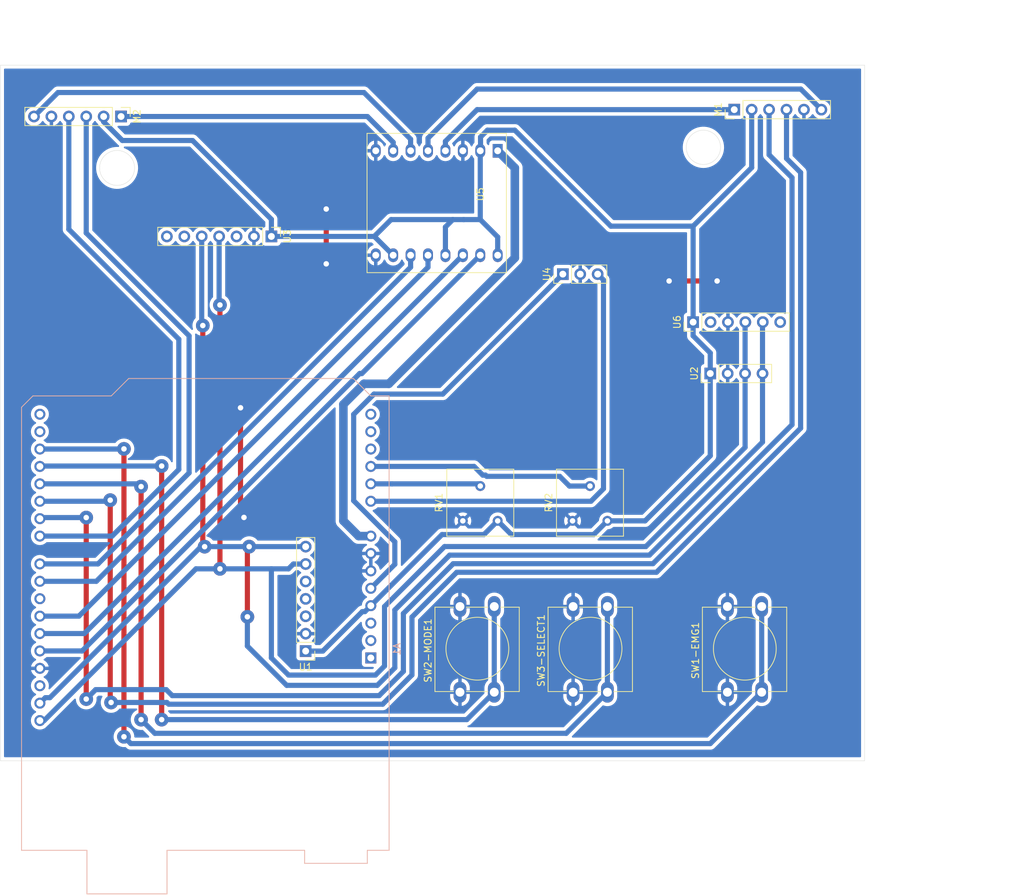
<source format=kicad_pcb>
(kicad_pcb (version 20211014) (generator pcbnew)
  (layers (0 "F.Cu" signal) (31 "B.Cu" signal) (34 "B.Paste" user) (35 "F.Paste" user) (36 "B.SilkS" user "B.Silkscreen") (37 "F.SilkS" user "F.Silkscreen") (38 "B.Mask" user) (39 "F.Mask" user) (44 "Edge.Cuts" user))
  (net 0 "")
  (net 5 "GND")
  (net 7 "Net-(A1-Pad28)")
  (net 9 "Net-(A1-Pad27)")
  (net 10 "Net-(A1-Pad11)")
  (net 11 "Net-(A1-Pad26)")
  (net 12 "Net-(A1-Pad10)")
  (net 13 "Net-(A1-Pad9)")
  (net 14 "+BATT")
  (net 15 "Net-(A1-Pad21)")
  (net 16 "+5V")
  (net 17 "+3V3")
  (net 18 "Net-(A1-Pad19)")
  (net 20 "Net-(A1-Pad18)")
  (net 22 "Net-(A1-Pad17)")
  (net 24 "Net-(A1-Pad31)")
  (net 25 "Net-(A1-Pad32)")
  (net 26 "Net-(M1-Pad6)")
  (net 27 "Net-(M1-Pad1)")
  (net 28 "Net-(M2-Pad6)")
  (net 29 "Net-(M2-Pad1)")
  (net 39 "Net-(U5-Pad11)")
  (net 40 "Net-(M2-Pad4)")
  (net 41 "Net-(M2-Pad3)")
  (net 42 "Net-(A1-Pad20)")
  (footprint "Connector_PinHeader_2.54mm:PinHeader_1x06_P2.54mm_Vertical" (layer "F.Cu") (at 131.58 38 -90)
    (fp_text reference "M2" (at 0 -2.33 90) (layer "F.SilkS"))
    (fp_text value "Micromotr_encoder")
    (fp_line (start -1.33 0) (end -1.33 -1.33) (layer "F.SilkS") (width 0.12))
    (fp_line (start -1.33 14.03) (end 1.33 14.03) (layer "F.SilkS") (width 0.12))
    (fp_line (start -1.33 -1.33) (end 0 -1.33) (layer "F.SilkS") (width 0.12))
    (fp_line (start 1.33 1.27) (end 1.33 14.03) (layer "F.SilkS") (width 0.12))
    (fp_line (start -1.33 1.27) (end 1.33 1.27) (layer "F.SilkS") (width 0.12))
    (fp_line (start -1.33 1.27) (end -1.33 14.03) (layer "F.SilkS") (width 0.12))
    (pad "1" thru_hole rect locked (at 0 0 270) (size 1.7 1.7) (drill 1) (layers *.Cu *.Mask) (net 29 "Net-(M2-Pad1)"))
    (pad "2" thru_hole oval locked (at 0 2.54 270) (size 1.7 1.7) (drill 1) (layers *.Cu *.Mask) (net 17 "+3V3"))
    (pad "3" thru_hole oval locked (at 0 5.08 270) (size 1.7 1.7) (drill 1) (layers *.Cu *.Mask) (net 41 "Net-(M2-Pad3)"))
    (pad "4" thru_hole oval locked (at 0 7.62 270) (size 1.7 1.7) (drill 1) (layers *.Cu *.Mask) (net 40 "Net-(M2-Pad4)"))
    (pad "5" thru_hole oval locked (at 0 10.16 270) (size 1.7 1.7) (drill 1) (layers *.Cu *.Mask) (net 5 "GND"))
    (pad "6" thru_hole oval locked (at 0 12.7 270) (size 1.7 1.7) (drill 1) (layers *.Cu *.Mask) (net 28 "Net-(M2-Pad6)"))
  )
  (footprint "Connector_PinHeader_2.54mm:PinHeader_1x07_P2.54mm_Vertical" (layer "F.Cu") (at 153.5 55.5 -90)
    (fp_text reference "U3" (at 0 -2.33 90) (layer "F.SilkS"))
    (fp_text value "TCS34725_RGBsensor")
    (fp_line (start -1.33 16.57) (end 1.33 16.57) (layer "F.SilkS") (width 0.12))
    (fp_line (start -1.33 0) (end -1.33 -1.33) (layer "F.SilkS") (width 0.12))
    (fp_line (start -1.33 1.27) (end -1.33 16.57) (layer "F.SilkS") (width 0.12))
    (fp_line (start 1.33 1.27) (end 1.33 16.57) (layer "F.SilkS") (width 0.12))
    (fp_line (start -1.33 -1.33) (end 0 -1.33) (layer "F.SilkS") (width 0.12))
    (fp_line (start -1.33 1.27) (end 1.33 1.27) (layer "F.SilkS") (width 0.12))
    (pad "1" thru_hole rect locked (at 0 0 270) (size 1.7 1.7) (drill 1) (layers *.Cu *.Mask) (net 17 "+3V3"))
    (pad "2" thru_hole oval locked (at 0 2.54 270) (size 1.7 1.7) (drill 1) (layers *.Cu *.Mask) (net 5 "GND"))
    (pad "3" thru_hole oval locked (at 0 5.08 270) (size 1.7 1.7) (drill 1) (layers *.Cu *.Mask))
    (pad "4" thru_hole oval locked (at 0 7.62 270) (size 1.7 1.7) (drill 1) (layers *.Cu *.Mask) (net 25 "Net-(A1-Pad32)"))
    (pad "5" thru_hole oval locked (at 0 10.16 270) (size 1.7 1.7) (drill 1) (layers *.Cu *.Mask) (net 24 "Net-(A1-Pad31)"))
    (pad "6" thru_hole oval locked (at 0 12.7 270) (size 1.7 1.7) (drill 1) (layers *.Cu *.Mask))
    (pad "7" thru_hole oval locked (at 0 15.24 270) (size 1.7 1.7) (drill 1) (layers *.Cu *.Mask))
  )
  (footprint "Connector_PinHeader_2.54mm:PinHeader_1x03_P2.54mm_Vertical" (layer "F.Cu") (at 196 61 90)
    (fp_text reference "U4" (at 0 -2.33 90) (layer "F.SilkS"))
    (fp_text value "2Y0A02_F22-IR distance_sensor")
    (fp_line (start -1.33 1.27) (end -1.33 6.41) (layer "F.SilkS") (width 0.12))
    (fp_line (start -1.33 -1.33) (end 0 -1.33) (layer "F.SilkS") (width 0.12))
    (fp_line (start -1.33 6.41) (end 1.33 6.41) (layer "F.SilkS") (width 0.12))
    (fp_line (start 1.33 1.27) (end 1.33 6.41) (layer "F.SilkS") (width 0.12))
    (fp_line (start -1.33 1.27) (end 1.33 1.27) (layer "F.SilkS") (width 0.12))
    (fp_line (start -1.33 0) (end -1.33 -1.33) (layer "F.SilkS") (width 0.12))
    (pad "1" thru_hole rect locked (at 0 0 90) (size 1.7 1.7) (drill 1) (layers *.Cu *.Mask) (net 16 "+5V"))
    (pad "2" thru_hole oval locked (at 0 2.54 90) (size 1.7 1.7) (drill 1) (layers *.Cu *.Mask) (net 5 "GND"))
    (pad "3" thru_hole oval locked (at 0 5.08 90) (size 1.7 1.7) (drill 1) (layers *.Cu *.Mask) (net 13 "Net-(A1-Pad9)"))
  )
  (footprint "Connector_PinHeader_2.54mm:PinHeader_1x06_P2.54mm_Vertical" (layer "F.Cu") (at 221 37 90)
    (fp_text reference "M1" (at 0 -2.33 90) (layer "F.SilkS"))
    (fp_text value "Micromotr_encoder")
    (fp_line (start -1.33 14.03) (end 1.33 14.03) (layer "F.SilkS") (width 0.12))
    (fp_line (start -1.33 1.27) (end -1.33 14.03) (layer "F.SilkS") (width 0.12))
    (fp_line (start -1.33 1.27) (end 1.33 1.27) (layer "F.SilkS") (width 0.12))
    (fp_line (start 1.33 1.27) (end 1.33 14.03) (layer "F.SilkS") (width 0.12))
    (fp_line (start -1.33 0) (end -1.33 -1.33) (layer "F.SilkS") (width 0.12))
    (fp_line (start -1.33 -1.33) (end 0 -1.33) (layer "F.SilkS") (width 0.12))
    (pad "1" thru_hole rect locked (at 0 0 90) (size 1.7 1.7) (drill 1) (layers *.Cu *.Mask) (net 27 "Net-(M1-Pad1)"))
    (pad "2" thru_hole oval locked (at 0 2.54 90) (size 1.7 1.7) (drill 1) (layers *.Cu *.Mask) (net 17 "+3V3"))
    (pad "3" thru_hole oval locked (at 0 5.08 90) (size 1.7 1.7) (drill 1) (layers *.Cu *.Mask) (net 15 "Net-(A1-Pad21)"))
    (pad "4" thru_hole oval locked (at 0 7.62 90) (size 1.7 1.7) (drill 1) (layers *.Cu *.Mask) (net 42 "Net-(A1-Pad20)"))
    (pad "5" thru_hole oval locked (at 0 10.16 90) (size 1.7 1.7) (drill 1) (layers *.Cu *.Mask) (net 5 "GND"))
    (pad "6" thru_hole oval locked (at 0 12.7 90) (size 1.7 1.7) (drill 1) (layers *.Cu *.Mask) (net 26 "Net-(M1-Pad6)"))
  )
  (footprint "Connector_PinHeader_2.54mm:PinHeader_1x04_P2.54mm_Vertical" (layer "F.Cu") (at 217.5 75.5 90)
    (fp_text reference "U2" (at 0 -2.33 90) (layer "F.SilkS"))
    (fp_text value "SSD1306_Display")
    (fp_line (start -1.33 1.27) (end -1.33 8.95) (layer "F.SilkS") (width 0.12))
    (fp_line (start -1.33 -1.33) (end 0 -1.33) (layer "F.SilkS") (width 0.12))
    (fp_line (start -1.33 0) (end -1.33 -1.33) (layer "F.SilkS") (width 0.12))
    (fp_line (start -1.33 8.95) (end 1.33 8.95) (layer "F.SilkS") (width 0.12))
    (fp_line (start 1.33 1.27) (end 1.33 8.95) (layer "F.SilkS") (width 0.12))
    (fp_line (start -1.33 1.27) (end 1.33 1.27) (layer "F.SilkS") (width 0.12))
    (pad "1" thru_hole rect locked (at 0 0 90) (size 1.7 1.7) (drill 1) (layers *.Cu *.Mask) (net 17 "+3V3"))
    (pad "2" thru_hole oval locked (at 0 2.54 90) (size 1.7 1.7) (drill 1) (layers *.Cu *.Mask) (net 5 "GND"))
    (pad "3" thru_hole oval locked (at 0 5.08 90) (size 1.7 1.7) (drill 1) (layers *.Cu *.Mask) (net 25 "Net-(A1-Pad32)"))
    (pad "4" thru_hole oval locked (at 0 7.62 90) (size 1.7 1.7) (drill 1) (layers *.Cu *.Mask) (net 24 "Net-(A1-Pad31)"))
  )
  (footprint "Button_Switch_THT:SW_PUSH-12mm" (layer "F.Cu") (at 220 122 90)
    (fp_text reference "SW1-EMG1" (at 6.08 -4.66 90) (layer "F.SilkS"))
    (fp_text value "SW_MEC_5E")
    (fp_line (start 12.4 5.93) (end 12.4 8.65) (layer "F.SilkS") (width 0.12))
    (fp_line (start 0.1 4.07) (end 0.1 0.93) (layer "F.SilkS") (width 0.12))
    (fp_line (start 0.1 -0.93) (end 0.1 -3.65) (layer "F.SilkS") (width 0.12))
    (fp_line (start 0.1 -3.65) (end 12.4 -3.65) (layer "F.SilkS") (width 0.12))
    (fp_line (start 12.4 8.65) (end 0.1 8.65) (layer "F.SilkS") (width 0.12))
    (fp_line (start 12.4 -3.65) (end 12.4 -0.93) (layer "F.SilkS") (width 0.12))
    (fp_line (start 0.1 8.65) (end 0.1 5.93) (layer "F.SilkS") (width 0.12))
    (fp_line (start 12.4 0.93) (end 12.4 4.07) (layer "F.SilkS") (width 0.12))
    (fp_circle (center 6.35 2.54) (end 10.16 5.08) (layer "F.SilkS") (width 0.12) (fill none))
    (pad "1" thru_hole oval locked (at 12.5 0 90) (size 3.048 1.85) (drill 1.3) (layers *.Cu *.Mask) (net 5 "GND"))
    (pad "2" thru_hole oval locked (at 0 0 90) (size 3.048 1.85) (drill 1.3) (layers *.Cu *.Mask) (net 5 "GND"))
    (pad "3" thru_hole oval locked (at 12.5 5 90) (size 3.048 1.85) (drill 1.3) (layers *.Cu *.Mask) (net 22 "Net-(A1-Pad17)"))
    (pad "4" thru_hole oval locked (at 0 5 90) (size 3.048 1.85) (drill 1.3) (layers *.Cu *.Mask) (net 22 "Net-(A1-Pad17)"))
  )
  (footprint "Button_Switch_THT:SW_PUSH-12mm" (layer "F.Cu") (at 197.5 122 90)
    (fp_text reference "SW3-SELECT1" (at 6.08 -4.66 90) (layer "F.SilkS"))
    (fp_text value "SW_MEC_5E")
    (fp_line (start 0.1 8.65) (end 0.1 5.93) (layer "F.SilkS") (width 0.12))
    (fp_line (start 12.4 -3.65) (end 12.4 -0.93) (layer "F.SilkS") (width 0.12))
    (fp_line (start 0.1 4.07) (end 0.1 0.93) (layer "F.SilkS") (width 0.12))
    (fp_line (start 12.4 0.93) (end 12.4 4.07) (layer "F.SilkS") (width 0.12))
    (fp_line (start 0.1 -0.93) (end 0.1 -3.65) (layer "F.SilkS") (width 0.12))
    (fp_line (start 0.1 -3.65) (end 12.4 -3.65) (layer "F.SilkS") (width 0.12))
    (fp_line (start 12.4 5.93) (end 12.4 8.65) (layer "F.SilkS") (width 0.12))
    (fp_line (start 12.4 8.65) (end 0.1 8.65) (layer "F.SilkS") (width 0.12))
    (fp_circle (center 6.35 2.54) (end 10.16 5.08) (layer "F.SilkS") (width 0.12) (fill none))
    (pad "1" thru_hole oval locked (at 12.5 0 90) (size 3.048 1.85) (drill 1.3) (layers *.Cu *.Mask) (net 5 "GND"))
    (pad "2" thru_hole oval locked (at 0 0 90) (size 3.048 1.85) (drill 1.3) (layers *.Cu *.Mask) (net 5 "GND"))
    (pad "3" thru_hole oval locked (at 12.5 5 90) (size 3.048 1.85) (drill 1.3) (layers *.Cu *.Mask) (net 18 "Net-(A1-Pad19)"))
    (pad "4" thru_hole oval locked (at 0 5 90) (size 3.048 1.85) (drill 1.3) (layers *.Cu *.Mask) (net 18 "Net-(A1-Pad19)"))
  )
  (footprint "Potentiometer_THT:Potentiometer_Bourns_3386F_Vertical" (layer "F.Cu") (at 186.5 97 90)
    (fp_text reference "RV1" (at 2.655 -8.555 90) (layer "F.SilkS"))
    (fp_text value "R_POT")
    (fp_line (start -2.23 2.345) (end 7.54 2.345) (layer "F.SilkS") (width 0.12))
    (fp_line (start -2.23 -7.425) (end 7.54 -7.425) (layer "F.SilkS") (width 0.12))
    (fp_line (start 7.54 -7.425) (end 7.54 2.345) (layer "F.SilkS") (width 0.12))
    (fp_line (start -2.23 -7.425) (end -2.23 2.345) (layer "F.SilkS") (width 0.12))
    (pad "1" thru_hole circle locked (at 0 0 90) (size 1.44 1.44) (drill 0.8) (layers *.Cu *.Mask) (net 17 "+3V3"))
    (pad "2" thru_hole circle locked (at 5.08 -2.54 90) (size 1.44 1.44) (drill 0.8) (layers *.Cu *.Mask) (net 12 "Net-(A1-Pad10)"))
    (pad "3" thru_hole circle locked (at 0 -5.08 90) (size 1.44 1.44) (drill 0.8) (layers *.Cu *.Mask) (net 5 "GND"))
  )
  (footprint "Potentiometer_THT:Potentiometer_Bourns_3386F_Vertical" (layer "F.Cu") (at 202.5 97 90)
    (fp_text reference "RV2" (at 2.655 -8.555 90) (layer "F.SilkS"))
    (fp_text value "R_POT")
    (fp_line (start 7.54 -7.425) (end 7.54 2.345) (layer "F.SilkS") (width 0.12))
    (fp_line (start -2.23 -7.425) (end 7.54 -7.425) (layer "F.SilkS") (width 0.12))
    (fp_line (start -2.23 2.345) (end 7.54 2.345) (layer "F.SilkS") (width 0.12))
    (fp_line (start -2.23 -7.425) (end -2.23 2.345) (layer "F.SilkS") (width 0.12))
    (pad "1" thru_hole circle locked (at 0 0 90) (size 1.44 1.44) (drill 0.8) (layers *.Cu *.Mask) (net 17 "+3V3"))
    (pad "2" thru_hole circle locked (at 5.08 -2.54 90) (size 1.44 1.44) (drill 0.8) (layers *.Cu *.Mask) (net 10 "Net-(A1-Pad11)"))
    (pad "3" thru_hole circle locked (at 0 -5.08 90) (size 1.44 1.44) (drill 0.8) (layers *.Cu *.Mask) (net 5 "GND"))
  )
  (footprint "Connector_PinHeader_2.54mm:PinHeader_1x06_P2.54mm_Vertical" (layer "F.Cu") (at 215 68 90)
    (fp_text reference "U6" (at 0 -2.33 90) (layer "F.SilkS"))
    (fp_text value "FXOS8700-DOF")
    (fp_line (start -1.33 -1.33) (end 0 -1.33) (layer "F.SilkS") (width 0.12))
    (fp_line (start -1.33 0) (end -1.33 -1.33) (layer "F.SilkS") (width 0.12))
    (fp_line (start 1.33 1.27) (end 1.33 14.03) (layer "F.SilkS") (width 0.12))
    (fp_line (start -1.33 1.27) (end 1.33 1.27) (layer "F.SilkS") (width 0.12))
    (fp_line (start -1.33 1.27) (end -1.33 14.03) (layer "F.SilkS") (width 0.12))
    (fp_line (start -1.33 14.03) (end 1.33 14.03) (layer "F.SilkS") (width 0.12))
    (pad "1" thru_hole rect locked (at 0 0 90) (size 1.7 1.7) (drill 1) (layers *.Cu *.Mask) (net 17 "+3V3"))
    (pad "2" thru_hole oval locked (at 0 2.54 90) (size 1.7 1.7) (drill 1) (layers *.Cu *.Mask))
    (pad "3" thru_hole oval locked (at 0 5.08 90) (size 1.7 1.7) (drill 1) (layers *.Cu *.Mask) (net 5 "GND"))
    (pad "4" thru_hole oval locked (at 0 7.62 90) (size 1.7 1.7) (drill 1) (layers *.Cu *.Mask) (net 25 "Net-(A1-Pad32)"))
    (pad "5" thru_hole oval locked (at 0 10.16 90) (size 1.7 1.7) (drill 1) (layers *.Cu *.Mask) (net 24 "Net-(A1-Pad31)"))
    (pad "6" thru_hole oval locked (at 0 12.7 90) (size 1.7 1.7) (drill 1) (layers *.Cu *.Mask))
  )
  (footprint "Button_Switch_THT:SW_PUSH-12mm" (layer "F.Cu") (at 181 122 90)
    (fp_text reference "SW2-MODE1" (at 6.08 -4.66 90) (layer "F.SilkS"))
    (fp_text value "SW_MEC_5E")
    (fp_line (start 0.1 4.07) (end 0.1 0.93) (layer "F.SilkS") (width 0.12))
    (fp_line (start 0.1 -3.65) (end 12.4 -3.65) (layer "F.SilkS") (width 0.12))
    (fp_line (start 0.1 8.65) (end 0.1 5.93) (layer "F.SilkS") (width 0.12))
    (fp_line (start 0.1 -0.93) (end 0.1 -3.65) (layer "F.SilkS") (width 0.12))
    (fp_line (start 12.4 5.93) (end 12.4 8.65) (layer "F.SilkS") (width 0.12))
    (fp_line (start 12.4 8.65) (end 0.1 8.65) (layer "F.SilkS") (width 0.12))
    (fp_line (start 12.4 0.93) (end 12.4 4.07) (layer "F.SilkS") (width 0.12))
    (fp_line (start 12.4 -3.65) (end 12.4 -0.93) (layer "F.SilkS") (width 0.12))
    (fp_circle (center 6.35 2.54) (end 10.16 5.08) (layer "F.SilkS") (width 0.12) (fill none))
    (pad "1" thru_hole oval locked (at 12.5 0 90) (size 3.048 1.85) (drill 1.3) (layers *.Cu *.Mask) (net 5 "GND"))
    (pad "2" thru_hole oval locked (at 0 0 90) (size 3.048 1.85) (drill 1.3) (layers *.Cu *.Mask) (net 5 "GND"))
    (pad "3" thru_hole oval locked (at 12.5 5 90) (size 3.048 1.85) (drill 1.3) (layers *.Cu *.Mask) (net 20 "Net-(A1-Pad18)"))
    (pad "4" thru_hole oval locked (at 0 5 90) (size 3.048 1.85) (drill 1.3) (layers *.Cu *.Mask) (net 20 "Net-(A1-Pad18)"))
  )
  (footprint "Connector_PinHeader_2.54mm:PinHeader_1x07_P2.54mm_Vertical" (layer "F.Cu") (at 158.5 116 180)
    (fp_text reference "U1" (at 0 -2.33) (layer "F.SilkS"))
    (fp_text value "MPL3115A2_modoule")
    (fp_line (start -1.33 16.57) (end 1.33 16.57) (layer "F.SilkS") (width 0.12))
    (fp_line (start -1.33 1.27) (end -1.33 16.57) (layer "F.SilkS") (width 0.12))
    (fp_line (start -1.33 1.27) (end 1.33 1.27) (layer "F.SilkS") (width 0.12))
    (fp_line (start 1.33 1.27) (end 1.33 16.57) (layer "F.SilkS") (width 0.12))
    (fp_line (start -1.33 0) (end -1.33 -1.33) (layer "F.SilkS") (width 0.12))
    (fp_line (start -1.33 -1.33) (end 0 -1.33) (layer "F.SilkS") (width 0.12))
    (pad "1" thru_hole rect locked (at 0 0 180) (size 1.7 1.7) (drill 1) (layers *.Cu *.Mask) (net 17 "+3V3"))
    (pad "2" thru_hole oval locked (at 0 2.54 180) (size 1.7 1.7) (drill 1) (layers *.Cu *.Mask) (net 5 "GND"))
    (pad "3" thru_hole oval locked (at 0 5.08 180) (size 1.7 1.7) (drill 1) (layers *.Cu *.Mask))
    (pad "4" thru_hole oval locked (at 0 7.62 180) (size 1.7 1.7) (drill 1) (layers *.Cu *.Mask))
    (pad "5" thru_hole oval locked (at 0 10.16 180) (size 1.7 1.7) (drill 1) (layers *.Cu *.Mask))
    (pad "6" thru_hole oval locked (at 0 12.7 180) (size 1.7 1.7) (drill 1) (layers *.Cu *.Mask) (net 25 "Net-(A1-Pad32)"))
    (pad "7" thru_hole oval locked (at 0 15.24 180) (size 1.7 1.7) (drill 1) (layers *.Cu *.Mask) (net 24 "Net-(A1-Pad31)"))
  )
  (footprint "Mech1_custom:SparkfunTB6612FNG" (layer "F.Cu") (at 186.5 43 -90)
    (fp_text reference "U5" (at 6.35 2.54 90) (layer "F.SilkS"))
    (fp_text value "TB6612FNG_Board")
    (fp_line (start 17.78 19.05) (end -2.54 19.05) (layer "F.SilkS") (width 0.12))
    (fp_line (start -2.54 19.05) (end -2.54 -1.27) (layer "F.SilkS") (width 0.12))
    (fp_line (start 17.78 -1.27) (end 17.78 19.05) (layer "F.SilkS") (width 0.12))
    (fp_line (start -2.54 -1.27) (end 17.78 -1.27) (layer "F.SilkS") (width 0.12))
    (pad "1" thru_hole rect locked (at 0 0 270) (size 2 1.44) (drill 1) (layers *.Cu *.Mask) (net 14 "+BATT"))
    (pad "2" thru_hole oval locked (at 0 2.54 270) (size 2 1.44) (drill 1) (layers *.Cu *.Mask) (net 17 "+3V3"))
    (pad "3" thru_hole oval locked (at 0 5.08 270) (size 2 1.44) (drill 1) (layers *.Cu *.Mask) (net 5 "GND"))
    (pad "4" thru_hole oval locked (at 0 7.62 270) (size 2 1.44) (drill 1) (layers *.Cu *.Mask) (net 27 "Net-(M1-Pad1)"))
    (pad "5" thru_hole oval locked (at 0 10.16 270) (size 2 1.44) (drill 1) (layers *.Cu *.Mask) (net 26 "Net-(M1-Pad6)"))
    (pad "6" thru_hole oval locked (at 0 12.7 270) (size 2 1.44) (drill 1) (layers *.Cu *.Mask) (net 26 "Net-(M1-Pad6)"))
    (pad "7" thru_hole oval locked (at 0 15.24 270) (size 2 1.44) (drill 1) (layers *.Cu *.Mask) (net 29 "Net-(M2-Pad1)"))
    (pad "8" thru_hole oval locked (at 0 17.78 270) (size 2 1.44) (drill 1) (layers *.Cu *.Mask) (net 5 "GND"))
    (pad "9" thru_hole oval locked (at 15.24 17.78 270) (size 2 1.44) (drill 1) (layers *.Cu *.Mask) (net 5 "GND"))
    (pad "10" thru_hole oval locked (at 15.24 15.24 270) (size 2 1.44) (drill 1) (layers *.Cu *.Mask) (net 17 "+3V3"))
    (pad "11" thru_hole oval locked (at 15.24 12.7 270) (size 2 1.44) (drill 1) (layers *.Cu *.Mask) (net 39 "Net-(U5-Pad11)"))
    (pad "12" thru_hole oval locked (at 15.24 10.16 270) (size 2 1.44) (drill 1) (layers *.Cu *.Mask) (net 11 "Net-(A1-Pad26)"))
    (pad "13" thru_hole oval locked (at 15.24 7.62 270) (size 2 1.44) (drill 1) (layers *.Cu *.Mask) (net 17 "+3V3"))
    (pad "14" thru_hole oval locked (at 15.24 5.08 270) (size 2 1.44) (drill 1) (layers *.Cu *.Mask) (net 9 "Net-(A1-Pad27)"))
    (pad "15" thru_hole oval locked (at 15.24 2.54 270) (size 2 1.44) (drill 1) (layers *.Cu *.Mask) (net 7 "Net-(A1-Pad28)"))
    (pad "16" thru_hole oval locked (at 15.24 0 270) (size 2 1.44) (drill 1) (layers *.Cu *.Mask) (net 17 "+3V3"))
  )
  (footprint "Module:Arduino_UNO_R3" (layer "B.Cu") (at 168 117 90)
    (fp_text reference "A1" (at 1.27 3.81 90) (layer "B.SilkS") (effects (justify mirror)))
    (fp_text value "Metro_M4_Airlift")
    (fp_line (start -34.42 -41.4) (end -28.07 -41.4) (layer "B.SilkS") (width 0.12))
    (fp_line (start -28.07 -9.65) (end -28.07 -29.72) (layer "B.SilkS") (width 0.12))
    (fp_line (start 38.23 -37.85) (end 40.77 -35.31) (layer "B.SilkS") (width 0.12))
    (fp_line (start -29.97 -9.65) (end -28.07 -9.65) (layer "B.SilkS") (width 0.12))
    (fp_line (start 40.77 -2.54) (end 38.23 0) (layer "B.SilkS") (width 0.12))
    (fp_line (start 40.77 -35.31) (end 40.77 -2.54) (layer "B.SilkS") (width 0.12))
    (fp_line (start -28.07 -50.93) (end 36.58 -50.93) (layer "B.SilkS") (width 0.12))
    (fp_line (start -28.07 -0.51) (end -29.97 -0.51) (layer "B.SilkS") (width 0.12))
    (fp_line (start -28.07 -41.4) (end -28.07 -50.93) (layer "B.SilkS") (width 0.12))
    (fp_line (start -28.07 2.67) (end -28.07 -0.51) (layer "B.SilkS") (width 0.12))
    (fp_line (start 38.23 2.67) (end -28.07 2.67) (layer "B.SilkS") (width 0.12))
    (fp_line (start -34.42 -29.72) (end -34.42 -41.4) (layer "B.SilkS") (width 0.12))
    (fp_line (start 38.23 0) (end 38.23 2.67) (layer "B.SilkS") (width 0.12))
    (fp_line (start -29.97 -0.51) (end -29.97 -9.65) (layer "B.SilkS") (width 0.12))
    (fp_line (start 38.23 -49.28) (end 38.23 -37.85) (layer "B.SilkS") (width 0.12))
    (fp_line (start 36.58 -50.93) (end 38.23 -49.28) (layer "B.SilkS") (width 0.12))
    (fp_line (start -28.07 -29.72) (end -34.42 -29.72) (layer "B.SilkS") (width 0.12))
    (pad "1" thru_hole rect locked (at 0 0) (size 1.6 1.6) (drill 1) (layers *.Cu *.Mask))
    (pad "2" thru_hole oval locked (at 2.54 0) (size 1.6 1.6) (drill 1) (layers *.Cu *.Mask))
    (pad "3" thru_hole oval locked (at 5.08 0) (size 1.6 1.6) (drill 1) (layers *.Cu *.Mask))
    (pad "4" thru_hole oval locked (at 7.62 0) (size 1.6 1.6) (drill 1) (layers *.Cu *.Mask) (net 17 "+3V3"))
    (pad "5" thru_hole oval locked (at 10.16 0) (size 1.6 1.6) (drill 1) (layers *.Cu *.Mask) (net 16 "+5V"))
    (pad "6" thru_hole oval locked (at 12.7 0) (size 1.6 1.6) (drill 1) (layers *.Cu *.Mask) (net 5 "GND"))
    (pad "7" thru_hole oval locked (at 15.24 0) (size 1.6 1.6) (drill 1) (layers *.Cu *.Mask) (net 5 "GND"))
    (pad "8" thru_hole oval locked (at 17.78 0) (size 1.6 1.6) (drill 1) (layers *.Cu *.Mask) (net 14 "+BATT"))
    (pad "9" thru_hole oval locked (at 22.86 0) (size 1.6 1.6) (drill 1) (layers *.Cu *.Mask) (net 13 "Net-(A1-Pad9)"))
    (pad "10" thru_hole oval locked (at 25.4 0) (size 1.6 1.6) (drill 1) (layers *.Cu *.Mask) (net 12 "Net-(A1-Pad10)"))
    (pad "11" thru_hole oval locked (at 27.94 0) (size 1.6 1.6) (drill 1) (layers *.Cu *.Mask) (net 10 "Net-(A1-Pad11)"))
    (pad "12" thru_hole oval locked (at 30.48 0) (size 1.6 1.6) (drill 1) (layers *.Cu *.Mask))
    (pad "13" thru_hole oval locked (at 33.02 0) (size 1.6 1.6) (drill 1) (layers *.Cu *.Mask))
    (pad "14" thru_hole oval locked (at 35.56 0) (size 1.6 1.6) (drill 1) (layers *.Cu *.Mask))
    (pad "15" thru_hole oval locked (at 35.56 -48.26) (size 1.6 1.6) (drill 1) (layers *.Cu *.Mask))
    (pad "16" thru_hole oval locked (at 33.02 -48.26) (size 1.6 1.6) (drill 1) (layers *.Cu *.Mask))
    (pad "17" thru_hole oval locked (at 30.48 -48.26) (size 1.6 1.6) (drill 1) (layers *.Cu *.Mask) (net 22 "Net-(A1-Pad17)"))
    (pad "18" thru_hole oval locked (at 27.94 -48.26) (size 1.6 1.6) (drill 1) (layers *.Cu *.Mask) (net 20 "Net-(A1-Pad18)"))
    (pad "19" thru_hole oval locked (at 25.4 -48.26) (size 1.6 1.6) (drill 1) (layers *.Cu *.Mask) (net 18 "Net-(A1-Pad19)"))
    (pad "20" thru_hole oval locked (at 22.86 -48.26) (size 1.6 1.6) (drill 1) (layers *.Cu *.Mask) (net 42 "Net-(A1-Pad20)"))
    (pad "21" thru_hole oval locked (at 20.32 -48.26) (size 1.6 1.6) (drill 1) (layers *.Cu *.Mask) (net 15 "Net-(A1-Pad21)"))
    (pad "22" thru_hole oval locked (at 17.78 -48.26) (size 1.6 1.6) (drill 1) (layers *.Cu *.Mask) (net 40 "Net-(M2-Pad4)"))
    (pad "23" thru_hole oval locked (at 13.72 -48.26) (size 1.6 1.6) (drill 1) (layers *.Cu *.Mask) (net 41 "Net-(M2-Pad3)"))
    (pad "24" thru_hole oval locked (at 11.18 -48.26) (size 1.6 1.6) (drill 1) (layers *.Cu *.Mask) (net 39 "Net-(U5-Pad11)"))
    (pad "25" thru_hole oval locked (at 8.64 -48.26) (size 1.6 1.6) (drill 1) (layers *.Cu *.Mask))
    (pad "26" thru_hole oval locked (at 6.1 -48.26) (size 1.6 1.6) (drill 1) (layers *.Cu *.Mask) (net 11 "Net-(A1-Pad26)"))
    (pad "27" thru_hole oval locked (at 3.56 -48.26) (size 1.6 1.6) (drill 1) (layers *.Cu *.Mask) (net 9 "Net-(A1-Pad27)"))
    (pad "28" thru_hole oval locked (at 1.02 -48.26) (size 1.6 1.6) (drill 1) (layers *.Cu *.Mask) (net 7 "Net-(A1-Pad28)"))
    (pad "29" thru_hole oval locked (at -1.52 -48.26) (size 1.6 1.6) (drill 1) (layers *.Cu *.Mask) (net 5 "GND"))
    (pad "30" thru_hole oval locked (at -4.06 -48.26) (size 1.6 1.6) (drill 1) (layers *.Cu *.Mask))
    (pad "31" thru_hole oval locked (at -6.6 -48.26) (size 1.6 1.6) (drill 1) (layers *.Cu *.Mask) (net 24 "Net-(A1-Pad31)"))
    (pad "32" thru_hole oval locked (at -9.14 -48.26) (size 1.6 1.6) (drill 1) (layers *.Cu *.Mask) (net 25 "Net-(A1-Pad32)"))
  )
  (gr_line (start 114 132) (end 119.5 132) (layer "Edge.Cuts") (width 0.05))
  (gr_line (start 240 132) (end 119.5 132) (layer "Edge.Cuts") (width 0.05))
  (gr_line (start 114 30.5) (end 114 132) (layer "Edge.Cuts") (width 0.05))
  (gr_circle (center 131 45.5) (end 133.5 46) (layer "Edge.Cuts") (width 0.05) (fill none))
  (gr_line (start 114 30.5) (end 240 30.5) (layer "Edge.Cuts") (width 0.05))
  (gr_line (start 240 30.5) (end 240 132) (layer "Edge.Cuts") (width 0.05))
  (gr_circle (center 216.5 42.5) (end 219 42.5) (layer "Edge.Cuts") (width 0.05) (fill none))
  (segment (start 149 96) (end 149.5 96.5) (width 0.75) (layer "F.Cu") (net 5))
  (segment (start 149 80.5) (end 149 96) (width 0.75) (layer "F.Cu") (net 5))
  (segment (start 161.5 51.5) (end 161.5 59.5) (width 0.75) (layer "F.Cu") (net 5))
  (segment (start 211.5 62) (end 218.5 62) (width 0.75) (layer "F.Cu") (net 5))
  (via (at 161.5 59.5) (size 2) (drill 0.8) (layers "F.Cu" "B.Cu") (net 5))
  (via (at 149.5 96.5) (size 2) (drill 0.8) (layers "F.Cu" "B.Cu") (net 5))
  (via (at 211.5 62) (size 2) (drill 0.8) (layers "F.Cu" "B.Cu") (net 5))
  (via (at 161.5 51.5) (size 2) (drill 0.8) (layers "F.Cu" "B.Cu") (net 5))
  (via (at 218.5 62) (size 2) (drill 0.8) (layers "F.Cu" "B.Cu") (net 5))
  (via (at 149 80.5) (size 2) (drill 0.8) (layers "F.Cu" "B.Cu") (net 5))
  (segment (start 220.04 68.04) (end 220.08 68) (width 0.75) (layer "B.Cu") (net 5))
  (segment (start 166.700009 75.499991) (end 166.378675 75.499991) (width 0.75) (layer "B.Cu") (net 7))
  (segment (start 183.96 58.24) (end 166.700009 75.499991) (width 0.75) (layer "B.Cu") (net 7))
  (segment (start 166.378675 75.499991) (end 125.898666 115.98) (width 0.75) (layer "B.Cu") (net 7))
  (segment (start 125.898666 115.98) (end 119.74 115.98) (width 0.75) (layer "B.Cu") (net 7))
  (segment (start 181.42 58.24) (end 126.22 113.44) (width 0.75) (layer "B.Cu") (net 9))
  (segment (start 126.22 113.44) (end 119.74 113.44) (width 0.75) (layer "B.Cu") (net 9))
  (segment (start 184.324999 90.324999) (end 183.06 89.06) (width 0.75) (layer "B.Cu") (net 10))
  (segment (start 195.54 90.5) (end 184.900602 90.5) (width 0.75) (layer "B.Cu") (net 10))
  (segment (start 183.06 89.06) (end 168 89.06) (width 0.75) (layer "B.Cu") (net 10))
  (segment (start 184.900602 90.5) (end 184.725601 90.324999) (width 0.75) (layer "B.Cu") (net 10))
  (segment (start 184.725601 90.324999) (end 184.324999 90.324999) (width 0.75) (layer "B.Cu") (net 10))
  (segment (start 199.96 91.92) (end 196.96 91.92) (width 0.75) (layer "B.Cu") (net 10))
  (segment (start 196.96 91.92) (end 195.54 90.5) (width 0.75) (layer "B.Cu") (net 10))
  (segment (start 176.34 58.24) (end 176.34 59.99) (width 0.75) (layer "B.Cu") (net 11))
  (segment (start 125.43 110.9) (end 119.74 110.9) (width 0.75) (layer "B.Cu") (net 11))
  (segment (start 176.34 59.99) (end 125.43 110.9) (width 0.75) (layer "B.Cu") (net 11))
  (segment (start 183.96 91.92) (end 183.64 91.6) (width 0.75) (layer "B.Cu") (net 12))
  (segment (start 171.1 91.6) (end 168 91.6) (width 0.75) (layer "B.Cu") (net 12))
  (segment (start 183.64 91.6) (end 171.1 91.6) (width 0.75) (layer "B.Cu") (net 12))
  (segment (start 201.929999 61.849999) (end 201.929999 92.310603) (width 0.75) (layer "B.Cu") (net 13))
  (segment (start 201.08 61) (end 201.929999 61.849999) (width 0.75) (layer "B.Cu") (net 13))
  (segment (start 201.929999 92.310603) (end 200.100602 94.14) (width 0.75) (layer "B.Cu") (net 13))
  (segment (start 200.100602 94.14) (end 168 94.14) (width 0.75) (layer "B.Cu") (net 13))
  (segment (start 166.22 99.22) (end 168 99.22) (width 1.25) (layer "B.Cu") (net 14))
  (segment (start 167 77) (end 164 80) (width 1.25) (layer "B.Cu") (net 14))
  (segment (start 164 80) (end 164 97) (width 1.25) (layer "B.Cu") (net 14))
  (segment (start 189 45.5) (end 189 58.629238) (width 1.25) (layer "B.Cu") (net 14))
  (segment (start 189 58.629238) (end 170.629238 77) (width 1.25) (layer "B.Cu") (net 14))
  (segment (start 164 97) (end 166.22 99.22) (width 1.25) (layer "B.Cu") (net 14))
  (segment (start 186.5 43) (end 189 45.5) (width 1.25) (layer "B.Cu") (net 14))
  (segment (start 170.629238 77) (end 167 77) (width 1.25) (layer "B.Cu") (net 14))
  (segment (start 126.5 123) (end 126.5 96.52) (width 0.75) (layer "F.Cu") (net 15))
  (via (at 126.5 96.52) (size 2) (drill 0.8) (layers "F.Cu" "B.Cu") (net 15))
  (via (at 126.5 123) (size 2) (drill 0.8) (layers "F.Cu" "B.Cu") (net 15))
  (segment (start 127.875001 121.624999) (end 126.5 123) (width 0.75) (layer "B.Cu") (net 15))
  (segment (start 209.140973 103.249989) (end 180.017788 103.24999) (width 0.75) (layer "B.Cu") (net 15))
  (segment (start 169.210564 122.499999) (end 139.042785 122.499999) (width 0.75) (layer "B.Cu") (net 15))
  (segment (start 180.017788 103.24999) (end 172.750009 110.517769) (width 0.75) (layer "B.Cu") (net 15))
  (segment (start 229.425 82.965962) (end 209.140973 103.249989) (width 0.75) (layer "B.Cu") (net 15))
  (segment (start 226.08 37) (end 226.08 43.58) (width 0.75) (layer "B.Cu") (net 15))
  (segment (start 229.425 46.925) (end 229.425 82.965962) (width 0.75) (layer "B.Cu") (net 15))
  (segment (start 226.08 43.58) (end 229.425 46.925) (width 0.75) (layer "B.Cu") (net 15))
  (segment (start 172.750009 110.517769) (end 172.750009 118.960554) (width 0.75) (layer "B.Cu") (net 15))
  (segment (start 172.750009 118.960554) (end 169.210564 122.499999) (width 0.75) (layer "B.Cu") (net 15))
  (segment (start 119.9 96.52) (end 119.74 96.68) (width 0.75) (layer "B.Cu") (net 15))
  (segment (start 138.167785 121.624999) (end 127.875001 121.624999) (width 0.75) (layer "B.Cu") (net 15))
  (segment (start 126.5 96.52) (end 119.9 96.52) (width 0.75) (layer "B.Cu") (net 15))
  (segment (start 139.042785 122.499999) (end 138.167785 121.624999) (width 0.75) (layer "B.Cu") (net 15))
  (segment (start 165.5 81.460998) (end 168.460988 78.50001) (width 0.75) (layer "B.Cu") (net 16))
  (segment (start 168 106.84) (end 171.5 103.34) (width 0.75) (layer "B.Cu") (net 16))
  (segment (start 168.460988 78.50001) (end 178.49999 78.50001) (width 0.75) (layer "B.Cu") (net 16))
  (segment (start 165.5 94.059501) (end 165.5 81.460998) (width 0.75) (layer "B.Cu") (net 16))
  (segment (start 171.5 100.059501) (end 165.5 94.059501) (width 0.75) (layer "B.Cu") (net 16))
  (segment (start 171.5 103.34) (end 171.5 100.059501) (width 0.75) (layer "B.Cu") (net 16))
  (segment (start 178.49999 78.50001) (end 196 61) (width 0.75) (layer "B.Cu") (net 16))
  (segment (start 189 40) (end 185 40) (width 0.75) (layer "B.Cu") (net 17))
  (segment (start 178.88 58.24) (end 178.88 54.12) (width 0.75) (layer "B.Cu") (net 17))
  (segment (start 184 41) (end 184 42.96) (width 0.75) (layer "B.Cu") (net 17))
  (segment (start 178.38 99) (end 168 109.38) (width 0.75) (layer "B.Cu") (net 17))
  (segment (start 188.5 99) (end 186.5 97) (width 0.75) (layer "B.Cu") (net 17))
  (segment (start 168.72 55.28) (end 170.96 53.04) (width 0.75) (layer "B.Cu") (net 17))
  (segment (start 215 54) (end 223.54 45.46) (width 0.75) (layer "B.Cu") (net 17))
  (segment (start 153.5 55.5) (end 153.5 53) (width 0.75) (layer "B.Cu") (net 17))
  (segment (start 215 68) (end 215 54) (width 0.75) (layer "B.Cu") (net 17))
  (segment (start 200.5 99) (end 188.5 99) (width 0.75) (layer "B.Cu") (net 17))
  (segment (start 215 70) (end 215 68) (width 0.75) (layer "B.Cu") (net 17))
  (segment (start 215 54) (end 203 54) (width 0.75) (layer "B.Cu") (net 17))
  (segment (start 158.5 116) (end 161 116) (width 0.75) (layer "B.Cu") (net 17))
  (segment (start 183.96 43) (end 183.96 53.04) (width 0.75) (layer "B.Cu") (net 17))
  (segment (start 131.767782 41.5) (end 129.04 38.772218) (width 0.75) (layer "B.Cu") (net 17))
  (segment (start 170.96 53.04) (end 179.96 53.04) (width 0.75) (layer "B.Cu") (net 17))
  (segment (start 203 54) (end 189 40) (width 0.75) (layer "B.Cu") (net 17))
  (segment (start 202.5 97) (end 200.5 99) (width 0.75) (layer "B.Cu") (net 17))
  (segment (start 217.5 72.5) (end 215 70) (width 0.75) (layer "B.Cu") (net 17))
  (segment (start 184 42.96) (end 183.96 43) (width 0.75) (layer "B.Cu") (net 17))
  (segment (start 166.755001 110.244999) (end 167.135001 110.244999) (width 0.75) (layer "B.Cu") (net 17))
  (segment (start 161 116) (end 166.755001 110.244999) (width 0.75) (layer "B.Cu") (net 17))
  (segment (start 167.135001 110.244999) (end 168 109.38) (width 0.75) (layer "B.Cu") (net 17))
  (segment (start 171.255684 58.24) (end 171.26 58.24) (width 0.75) (layer "B.Cu") (net 17))
  (segment (start 168.515684 55.5) (end 171.255684 58.24) (width 0.75) (layer "B.Cu") (net 17))
  (segment (start 186.5 58.24) (end 186.5 55.58) (width 0.75) (layer "B.Cu") (net 17))
  (segment (start 142 41.5) (end 131.767782 41.5) (width 0.75) (layer "B.Cu") (net 17))
  (segment (start 208 97) (end 202.5 97) (width 0.75) (layer "B.Cu") (net 17))
  (segment (start 217.5 75.5) (end 217.5 72.5) (width 0.75) (layer "B.Cu") (net 17))
  (segment (start 223.54 45.46) (end 223.54 37) (width 0.75) (layer "B.Cu") (net 17))
  (segment (start 153.5 53) (end 142 41.5) (width 0.75) (layer "B.Cu") (net 17))
  (segment (start 168.5 55.5) (end 168.72 55.28) (width 0.75) (layer "B.Cu") (net 17))
  (segment (start 181.54 53.04) (end 183.96 53.04) (width 0.75) (layer "B.Cu") (net 17))
  (segment (start 186.5 97) (end 184.5 99) (width 0.75) (layer "B.Cu") (net 17))
  (segment (start 168.5 55.5) (end 168.515684 55.5) (width 0.75) (layer "B.Cu") (net 17))
  (segment (start 129.04 38.772218) (end 129.04 38) (width 0.75) (layer "B.Cu") (net 17))
  (segment (start 217.5 75.5) (end 217.5 87.5) (width 0.75) (layer "B.Cu") (net 17))
  (segment (start 153.5 55.5) (end 168.5 55.5) (width 0.75) (layer "B.Cu") (net 17))
  (segment (start 185 40) (end 184 41) (width 0.75) (layer "B.Cu") (net 17))
  (segment (start 186.5 55.58) (end 183.96 53.04) (width 0.75) (layer "B.Cu") (net 17))
  (segment (start 184.5 99) (end 178.38 99) (width 0.75) (layer "B.Cu") (net 17))
  (segment (start 217.5 87.5) (end 208 97) (width 0.75) (layer "B.Cu") (net 17))
  (segment (start 179.96 53.04) (end 181.54 53.04) (width 0.75) (layer "B.Cu") (net 17))
  (segment (start 178.88 54.12) (end 179.96 53.04) (width 0.75) (layer "B.Cu") (net 17))
  (segment (start 134.5 126) (end 134.5 92.000006) (width 0.75) (layer "F.Cu") (net 18))
  (via (at 134.5 126) (size 2) (drill 0.8) (layers "F.Cu" "B.Cu") (net 18))
  (via (at 134.5 92.000006) (size 2) (drill 0.8) (layers "F.Cu" "B.Cu") (net 18))
  (segment (start 119.74 91.6) (end 134.099994 91.6) (width 0.75) (layer "B.Cu") (net 18))
  (segment (start 202.5 122) (end 196.5 128) (width 0.75) (layer "B.Cu") (net 18))
  (segment (start 196.5 128) (end 136.5 128) (width 0.75) (layer "B.Cu") (net 18))
  (segment (start 136.5 128) (end 134.5 126) (width 0.75) (layer "B.Cu") (net 18))
  (segment (start 202.5 122) (end 202.5 109.5) (width 0.75) (layer "B.Cu") (net 18))
  (segment (start 134.099994 91.6) (end 134.5 92.000006) (width 0.75) (layer "B.Cu") (net 18))
  (segment (start 137.499996 89.000004) (end 137.5 89) (width 0.75) (layer "F.Cu") (net 20))
  (segment (start 137.499996 126) (end 137.499996 89.000004) (width 0.75) (layer "F.Cu") (net 20))
  (via (at 137.5 89) (size 2) (drill 0.8) (layers "F.Cu" "B.Cu") (net 20))
  (via (at 137.499996 126) (size 2) (drill 0.8) (layers "F.Cu" "B.Cu") (net 20))
  (segment (start 119.8 89) (end 119.74 89.06) (width 0.75) (layer "B.Cu") (net 20))
  (segment (start 186 122) (end 186 109.5) (width 0.75) (layer "B.Cu") (net 20))
  (segment (start 186 122) (end 182 126) (width 0.75) (layer "B.Cu") (net 20))
  (segment (start 137.5 89) (end 119.8 89) (width 0.75) (layer "B.Cu") (net 20))
  (segment (start 182 126) (end 137.499996 126) (width 0.75) (layer "B.Cu") (net 20))
  (segment (start 132.000008 128.5) (end 132.000008 86.500006) (width 0.75) (layer "F.Cu") (net 22))
  (segment (start 132.000008 86.500006) (end 132.000002 86.5) (width 0.75) (layer "F.Cu") (net 22))
  (via (at 132.000008 128.5) (size 2) (drill 0.8) (layers "F.Cu" "B.Cu") (net 22))
  (via (at 132.000002 86.5) (size 2) (drill 0.8) (layers "F.Cu" "B.Cu") (net 22))
  (segment (start 225 122) (end 217.500001 129.499999) (width 0.75) (layer "B.Cu") (net 22))
  (segment (start 225 122) (end 225 109.5) (width 0.75) (layer "B.Cu") (net 22))
  (segment (start 119.74 86.52) (end 131.980002 86.52) (width 0.75) (layer "B.Cu") (net 22))
  (segment (start 131.980002 86.52) (end 132.000002 86.5) (width 0.75) (layer "B.Cu") (net 22))
  (segment (start 217.500001 129.499999) (end 133.000007 129.499999) (width 0.75) (layer "B.Cu") (net 22))
  (segment (start 133.000007 129.499999) (end 132.000008 128.5) (width 0.75) (layer "B.Cu") (net 22))
  (segment (start 150 111) (end 150 101.02) (width 0.75) (layer "F.Cu") (net 24))
  (segment (start 143.5 100.5) (end 143.765159 100.765159) (width 0.75) (layer "F.Cu") (net 24))
  (segment (start 143.5 68.5) (end 143.5 100.5) (width 0.75) (layer "F.Cu") (net 24))
  (segment (start 150 101.02) (end 150.26 100.76) (width 0.75) (layer "F.Cu") (net 24))
  (via (at 150 111) (size 2) (drill 0.8) (layers "F.Cu" "B.Cu") (net 24))
  (via (at 143.5 68.5) (size 2) (drill 0.8) (layers "F.Cu" "B.Cu") (net 24))
  (via (at 143.765159 100.765159) (size 2) (drill 0.8) (layers "F.Cu" "B.Cu") (net 24))
  (via (at 150.26 100.76) (size 2) (drill 0.8) (layers "F.Cu" "B.Cu") (net 24))
  (segment (start 225.12 85.50318) (end 208.6232 101.99998) (width 0.75) (layer "B.Cu") (net 24))
  (segment (start 155.732219 121) (end 150 115.267781) (width 0.75) (layer "B.Cu") (net 24))
  (segment (start 179.500016 101.99998) (end 171.499998 109.999998) (width 0.75) (layer "B.Cu") (net 24))
  (segment (start 225.12 75.5) (end 225.12 85.50318) (width 0.75) (layer "B.Cu") (net 24))
  (segment (start 168.942781 121) (end 155.732219 121) (width 0.75) (layer "B.Cu") (net 24))
  (segment (start 120.539999 122.800001) (end 119.74 123.6) (width 0.75) (layer "B.Cu") (net 24))
  (segment (start 171.499998 109.999998) (end 171.499998 118.442783) (width 0.75) (layer "B.Cu") (net 24))
  (segment (start 150.26 100.76) (end 143.24 100.76) (width 0.75) (layer "B.Cu") (net 24))
  (segment (start 225.12 75.5) (end 225.12 68.04) (width 0.75) (layer "B.Cu") (net 24))
  (segment (start 225.12 68.04) (end 225.16 68) (width 0.75) (layer "B.Cu") (net 24))
  (segment (start 171.499998 118.442783) (end 168.942781 121) (width 0.75) (layer "B.Cu") (net 24))
  (segment (start 208.6232 101.99998) (end 179.500016 101.99998) (width 0.75) (layer "B.Cu") (net 24))
  (segment (start 143.24 100.76) (end 121.199999 122.800001) (width 0.75) (layer "B.Cu") (net 24))
  (segment (start 143.34 55.5) (end 143.34 68.34) (width 0.75) (layer "B.Cu") (net 24))
  (segment (start 150 115.267781) (end 150 111) (width 0.75) (layer "B.Cu") (net 24))
  (segment (start 158.5 100.76) (end 150.26 100.76) (width 0.75) (layer "B.Cu") (net 24))
  (segment (start 143.34 68.34) (end 143.5 68.5) (width 0.75) (layer "B.Cu") (net 24))
  (segment (start 121.199999 122.800001) (end 120.539999 122.800001) (width 0.75) (layer "B.Cu") (net 24))
  (segment (start 146 65.5) (end 146 104) (width 0.75) (layer "F.Cu") (net 25))
  (via (at 146 104) (size 2) (drill 0.8) (layers "F.Cu" "B.Cu") (net 25))
  (via (at 146 65.5) (size 2) (drill 0.8) (layers "F.Cu" "B.Cu") (net 25))
  (segment (start 142.5 104) (end 120.36 126.14) (width 0.75) (layer "B.Cu") (net 25))
  (segment (start 170 118.174999) (end 168.674999 119.5) (width 0.75) (layer "B.Cu") (net 25))
  (segment (start 222.58 75.5) (end 222.58 86.275398) (width 0.75) (layer "B.Cu") (net 25))
  (segment (start 178.750031 100.749969) (end 170 109.5) (width 0.75) (layer "B.Cu") (net 25))
  (segment (start 208.105429 100.749969) (end 178.750031 100.749969) (width 0.75) (layer "B.Cu") (net 25))
  (segment (start 168.674999 119.5) (end 156.000001 119.5) (width 0.75) (layer "B.Cu") (net 25))
  (segment (start 156.7 103.3) (end 156 104) (width 0.75) (layer "B.Cu") (net 25))
  (segment (start 145.88 55.5) (end 145.88 65.38) (width 0.75) (layer "B.Cu") (net 25))
  (segment (start 145.88 65.38) (end 146 65.5) (width 0.75) (layer "B.Cu") (net 25))
  (segment (start 146 104) (end 145.5 104) (width 0.75) (layer "B.Cu") (net 25))
  (segment (start 158.5 103.3) (end 156.7 103.3) (width 0.75) (layer "B.Cu") (net 25))
  (segment (start 170 109.5) (end 170 118.174999) (width 0.75) (layer "B.Cu") (net 25))
  (segment (start 156 104) (end 153.5 104) (width 0.75) (layer "B.Cu") (net 25))
  (segment (start 222.58 75.5) (end 222.58 68.04) (width 0.75) (layer "B.Cu") (net 25))
  (segment (start 120.36 126.14) (end 119.74 126.14) (width 0.75) (layer "B.Cu") (net 25))
  (segment (start 153.5 116.999999) (end 153.5 104) (width 0.75) (layer "B.Cu") (net 25))
  (segment (start 153.5 104) (end 146 104) (width 0.75) (layer "B.Cu") (net 25))
  (segment (start 145.5 104) (end 142.5 104) (width 0.75) (layer "B.Cu") (net 25))
  (segment (start 222.58 68.04) (end 222.62 68) (width 0.75) (layer "B.Cu") (net 25))
  (segment (start 156.000001 119.5) (end 153.5 116.999999) (width 0.75) (layer "B.Cu") (net 25))
  (segment (start 222.58 86.275398) (end 208.105429 100.749969) (width 0.75) (layer "B.Cu") (net 25))
  (segment (start 122.38 34.5) (end 167 34.5) (width 0.75) (layer "B.Cu") (net 26))
  (segment (start 230.7 34) (end 183.5 34) (width 0.75) (layer "B.Cu") (net 26))
  (segment (start 118.88 38) (end 122.38 34.5) (width 0.75) (layer "B.Cu") (net 26))
  (segment (start 233.7 37) (end 230.7 34) (width 0.75) (layer "B.Cu") (net 26))
  (segment (start 183.5 34) (end 176.34 41.16) (width 0.75) (layer "B.Cu") (net 26))
  (segment (start 176.34 41.16) (end 176.34 43) (width 0.75) (layer "B.Cu") (net 26))
  (segment (start 173.8 41.3) (end 173.8 43) (width 0.75) (layer "B.Cu") (net 26))
  (segment (start 167 34.5) (end 173.8 41.3) (width 0.75) (layer "B.Cu") (net 26))
  (segment (start 221 37) (end 183.5 37) (width 0.75) (layer "B.Cu") (net 27))
  (segment (start 183.5 37) (end 178.88 41.62) (width 0.75) (layer "B.Cu") (net 27))
  (segment (start 178.88 41.62) (end 178.88 43) (width 0.75) (layer "B.Cu") (net 27))
  (segment (start 171.26 41.76) (end 171.26 43) (width 0.75) (layer "B.Cu") (net 29))
  (segment (start 131.58 38) (end 167.5 38) (width 0.75) (layer "B.Cu") (net 29))
  (segment (start 167.5 38) (end 171.26 41.76) (width 0.75) (layer "B.Cu") (net 29))
  (segment (start 173.8 58.24) (end 173.8 59.99) (width 0.75) (layer "B.Cu") (net 39))
  (segment (start 173.8 59.99) (end 127.97 105.82) (width 0.75) (layer "B.Cu") (net 39))
  (segment (start 127.97 105.82) (end 119.74 105.82) (width 0.75) (layer "B.Cu") (net 39))
  (segment (start 123.96 54.46) (end 123.96 38) (width 0.75) (layer "B.Cu") (net 40))
  (segment (start 140 89.5) (end 130.28 99.22) (width 0.75) (layer "B.Cu") (net 40))
  (segment (start 140 89.5) (end 140 70.5) (width 0.75) (layer "B.Cu") (net 40))
  (segment (start 140 70.5) (end 123.96 54.46) (width 0.75) (layer "B.Cu") (net 40))
  (segment (start 130.28 99.22) (end 119.74 99.22) (width 0.75) (layer "B.Cu") (net 40))
  (segment (start 120.02 99.5) (end 119.74 99.22) (width 0.75) (layer "B.Cu") (net 40))
  (segment (start 141.5 90) (end 141.5 70) (width 0.75) (layer "B.Cu") (net 41))
  (segment (start 126.5 55) (end 126.5 38) (width 0.75) (layer "B.Cu") (net 41))
  (segment (start 141.5 90) (end 128.22 103.28) (width 0.75) (layer "B.Cu") (net 41))
  (segment (start 128.22 103.28) (end 119.74 103.28) (width 0.75) (layer "B.Cu") (net 41))
  (segment (start 141.5 70) (end 126.5 55) (width 0.75) (layer "B.Cu") (net 41))
  (segment (start 130 123.37501) (end 130.12499 123.5) (width 0.75) (layer "F.Cu") (net 42))
  (segment (start 130 93.98) (end 130 123.37501) (width 0.75) (layer "F.Cu") (net 42))
  (via (at 130 93.98) (size 2) (drill 0.8) (layers "F.Cu" "B.Cu") (net 42))
  (via (at 130.12499 123.5) (size 2) (drill 0.8) (layers "F.Cu" "B.Cu") (net 42))
  (segment (start 169.728335 123.75001) (end 138.525014 123.75001) (width 0.75) (layer "B.Cu") (net 42))
  (segment (start 228.62 37) (end 228.62 44.12) (width 0.75) (layer "B.Cu") (net 42))
  (segment (start 138.275004 123.5) (end 130.12499 123.5) (width 0.75) (layer "B.Cu") (net 42))
  (segment (start 130 93.98) (end 129.84 94.14) (width 0.75) (layer "B.Cu") (net 42))
  (segment (start 230.675011 83.483733) (end 209.658744 104.5) (width 0.75) (layer "B.Cu") (net 42))
  (segment (start 230.675011 46.175011) (end 230.675011 83.483733) (width 0.75) (layer "B.Cu") (net 42))
  (segment (start 138.525014 123.75001) (end 138.275004 123.5) (width 0.75) (layer "B.Cu") (net 42))
  (segment (start 180.53556 104.5) (end 174.00002 111.03554) (width 0.75) (layer "B.Cu") (net 42))
  (segment (start 174.00002 111.03554) (end 174.00002 119.478325) (width 0.75) (layer "B.Cu") (net 42))
  (segment (start 228.62 44.12) (end 230.675011 46.175011) (width 0.75) (layer "B.Cu") (net 42))
  (segment (start 209.658744 104.5) (end 180.53556 104.5) (width 0.75) (layer "B.Cu") (net 42))
  (segment (start 174.00002 119.478325) (end 169.728335 123.75001) (width 0.75) (layer "B.Cu") (net 42))
  (segment (start 129.84 94.14) (end 119.74 94.14) (width 0.75) (layer "B.Cu") (net 42))
  (zone (net 5) (net_name "GND") (layer "B.Cu") (connect_pads (clearance 0.508)) (min_thickness 0.254) (fill yes (thermal_gap 0.508) (thermal_bridge_width 0.508))
    (polygon (pts (xy 240 132) (xy 114 132) (xy 114 30.5) (xy 240 30.5)))
  )
)
</source>
